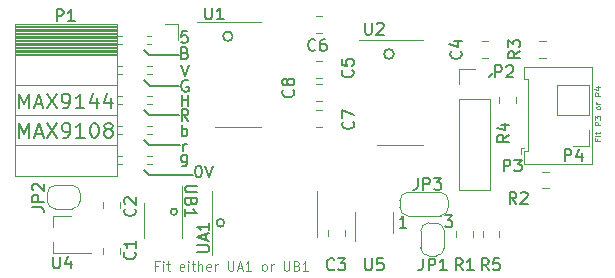
<source format=gto>
G04 #@! TF.GenerationSoftware,KiCad,Pcbnew,(5.1.4)-1*
G04 #@! TF.CreationDate,2019-11-21T02:33:43+00:00*
G04 #@! TF.ProjectId,analog,616e616c-6f67-42e6-9b69-6361645f7063,rev?*
G04 #@! TF.SameCoordinates,Original*
G04 #@! TF.FileFunction,Legend,Top*
G04 #@! TF.FilePolarity,Positive*
%FSLAX46Y46*%
G04 Gerber Fmt 4.6, Leading zero omitted, Abs format (unit mm)*
G04 Created by KiCad (PCBNEW (5.1.4)-1) date 2019-11-21 02:33:43*
%MOMM*%
%LPD*%
G04 APERTURE LIST*
%ADD10C,0.200000*%
%ADD11C,0.150000*%
%ADD12C,0.100000*%
%ADD13C,0.120000*%
G04 APERTURE END LIST*
D10*
X28043228Y-42638036D02*
X28043228Y-41388036D01*
X28459895Y-42280893D01*
X28876561Y-41388036D01*
X28876561Y-42638036D01*
X29412276Y-42280893D02*
X30007514Y-42280893D01*
X29293228Y-42638036D02*
X29709895Y-41388036D01*
X30126561Y-42638036D01*
X30424180Y-41388036D02*
X31257514Y-42638036D01*
X31257514Y-41388036D02*
X30424180Y-42638036D01*
X31793228Y-42638036D02*
X32031323Y-42638036D01*
X32150371Y-42578512D01*
X32209895Y-42518988D01*
X32328942Y-42340417D01*
X32388466Y-42102321D01*
X32388466Y-41626131D01*
X32328942Y-41507083D01*
X32269419Y-41447560D01*
X32150371Y-41388036D01*
X31912276Y-41388036D01*
X31793228Y-41447560D01*
X31733704Y-41507083D01*
X31674180Y-41626131D01*
X31674180Y-41923750D01*
X31733704Y-42042798D01*
X31793228Y-42102321D01*
X31912276Y-42161845D01*
X32150371Y-42161845D01*
X32269419Y-42102321D01*
X32328942Y-42042798D01*
X32388466Y-41923750D01*
X33578942Y-42638036D02*
X32864657Y-42638036D01*
X33221800Y-42638036D02*
X33221800Y-41388036D01*
X33102752Y-41566607D01*
X32983704Y-41685655D01*
X32864657Y-41745179D01*
X34352752Y-41388036D02*
X34471800Y-41388036D01*
X34590847Y-41447560D01*
X34650371Y-41507083D01*
X34709895Y-41626131D01*
X34769419Y-41864226D01*
X34769419Y-42161845D01*
X34709895Y-42399940D01*
X34650371Y-42518988D01*
X34590847Y-42578512D01*
X34471800Y-42638036D01*
X34352752Y-42638036D01*
X34233704Y-42578512D01*
X34174180Y-42518988D01*
X34114657Y-42399940D01*
X34055133Y-42161845D01*
X34055133Y-41864226D01*
X34114657Y-41626131D01*
X34174180Y-41507083D01*
X34233704Y-41447560D01*
X34352752Y-41388036D01*
X35483704Y-41923750D02*
X35364657Y-41864226D01*
X35305133Y-41804702D01*
X35245609Y-41685655D01*
X35245609Y-41626131D01*
X35305133Y-41507083D01*
X35364657Y-41447560D01*
X35483704Y-41388036D01*
X35721800Y-41388036D01*
X35840847Y-41447560D01*
X35900371Y-41507083D01*
X35959895Y-41626131D01*
X35959895Y-41685655D01*
X35900371Y-41804702D01*
X35840847Y-41864226D01*
X35721800Y-41923750D01*
X35483704Y-41923750D01*
X35364657Y-41983274D01*
X35305133Y-42042798D01*
X35245609Y-42161845D01*
X35245609Y-42399940D01*
X35305133Y-42518988D01*
X35364657Y-42578512D01*
X35483704Y-42638036D01*
X35721800Y-42638036D01*
X35840847Y-42578512D01*
X35900371Y-42518988D01*
X35959895Y-42399940D01*
X35959895Y-42161845D01*
X35900371Y-42042798D01*
X35840847Y-41983274D01*
X35721800Y-41923750D01*
X28017828Y-40148836D02*
X28017828Y-38898836D01*
X28434495Y-39791693D01*
X28851161Y-38898836D01*
X28851161Y-40148836D01*
X29386876Y-39791693D02*
X29982114Y-39791693D01*
X29267828Y-40148836D02*
X29684495Y-38898836D01*
X30101161Y-40148836D01*
X30398780Y-38898836D02*
X31232114Y-40148836D01*
X31232114Y-38898836D02*
X30398780Y-40148836D01*
X31767828Y-40148836D02*
X32005923Y-40148836D01*
X32124971Y-40089312D01*
X32184495Y-40029788D01*
X32303542Y-39851217D01*
X32363066Y-39613121D01*
X32363066Y-39136931D01*
X32303542Y-39017883D01*
X32244019Y-38958360D01*
X32124971Y-38898836D01*
X31886876Y-38898836D01*
X31767828Y-38958360D01*
X31708304Y-39017883D01*
X31648780Y-39136931D01*
X31648780Y-39434550D01*
X31708304Y-39553598D01*
X31767828Y-39613121D01*
X31886876Y-39672645D01*
X32124971Y-39672645D01*
X32244019Y-39613121D01*
X32303542Y-39553598D01*
X32363066Y-39434550D01*
X33553542Y-40148836D02*
X32839257Y-40148836D01*
X33196400Y-40148836D02*
X33196400Y-38898836D01*
X33077352Y-39077407D01*
X32958304Y-39196455D01*
X32839257Y-39255979D01*
X34624971Y-39315502D02*
X34624971Y-40148836D01*
X34327352Y-38839312D02*
X34029733Y-39732169D01*
X34803542Y-39732169D01*
X35815447Y-39315502D02*
X35815447Y-40148836D01*
X35517828Y-38839312D02*
X35220209Y-39732169D01*
X35994019Y-39732169D01*
D11*
X39541000Y-43215560D02*
X41700000Y-43215560D01*
X39617200Y-38237160D02*
X41598400Y-38237160D01*
X39566400Y-40726360D02*
X41547600Y-40726360D01*
X39058400Y-35620960D02*
X41573000Y-35620960D01*
X38626600Y-35189160D02*
X39058400Y-35620960D01*
X39007600Y-45755560D02*
X38626600Y-45374560D01*
X39337800Y-45755560D02*
X39007600Y-45755560D01*
X39033000Y-43215560D02*
X38626600Y-42809160D01*
X39541000Y-43215560D02*
X39033000Y-43215560D01*
X39058400Y-40726360D02*
X38601200Y-40269160D01*
X39566400Y-40726360D02*
X39058400Y-40726360D01*
X39134600Y-38237160D02*
X38626600Y-37729160D01*
X39617200Y-38237160D02*
X39134600Y-38237160D01*
X39337800Y-45755560D02*
X42741400Y-45755560D01*
D12*
X76995685Y-42743807D02*
X76995685Y-42910474D01*
X77257590Y-42910474D02*
X76757590Y-42910474D01*
X76757590Y-42672379D01*
X77257590Y-42481902D02*
X76924257Y-42481902D01*
X76757590Y-42481902D02*
X76781400Y-42505712D01*
X76805209Y-42481902D01*
X76781400Y-42458093D01*
X76757590Y-42481902D01*
X76805209Y-42481902D01*
X76924257Y-42315236D02*
X76924257Y-42124760D01*
X76757590Y-42243807D02*
X77186161Y-42243807D01*
X77233780Y-42219998D01*
X77257590Y-42172379D01*
X77257590Y-42124760D01*
X77257590Y-41577140D02*
X76757590Y-41577140D01*
X76757590Y-41386664D01*
X76781400Y-41339045D01*
X76805209Y-41315236D01*
X76852828Y-41291426D01*
X76924257Y-41291426D01*
X76971876Y-41315236D01*
X76995685Y-41339045D01*
X77019495Y-41386664D01*
X77019495Y-41577140D01*
X76757590Y-41124760D02*
X76757590Y-40815236D01*
X76948066Y-40981902D01*
X76948066Y-40910474D01*
X76971876Y-40862855D01*
X76995685Y-40839045D01*
X77043304Y-40815236D01*
X77162352Y-40815236D01*
X77209971Y-40839045D01*
X77233780Y-40862855D01*
X77257590Y-40910474D01*
X77257590Y-41053331D01*
X77233780Y-41100950D01*
X77209971Y-41124760D01*
X77257590Y-40148569D02*
X77233780Y-40196188D01*
X77209971Y-40219998D01*
X77162352Y-40243807D01*
X77019495Y-40243807D01*
X76971876Y-40219998D01*
X76948066Y-40196188D01*
X76924257Y-40148569D01*
X76924257Y-40077140D01*
X76948066Y-40029521D01*
X76971876Y-40005712D01*
X77019495Y-39981902D01*
X77162352Y-39981902D01*
X77209971Y-40005712D01*
X77233780Y-40029521D01*
X77257590Y-40077140D01*
X77257590Y-40148569D01*
X77257590Y-39767617D02*
X76924257Y-39767617D01*
X77019495Y-39767617D02*
X76971876Y-39743807D01*
X76948066Y-39719998D01*
X76924257Y-39672379D01*
X76924257Y-39624760D01*
X77257590Y-39077140D02*
X76757590Y-39077140D01*
X76757590Y-38886664D01*
X76781400Y-38839045D01*
X76805209Y-38815236D01*
X76852828Y-38791426D01*
X76924257Y-38791426D01*
X76971876Y-38815236D01*
X76995685Y-38839045D01*
X77019495Y-38886664D01*
X77019495Y-39077140D01*
X76924257Y-38362855D02*
X77257590Y-38362855D01*
X76733780Y-38481902D02*
X77090923Y-38600950D01*
X77090923Y-38291426D01*
D11*
X67785800Y-37475160D02*
X68141400Y-37195760D01*
D13*
X39827523Y-53470817D02*
X39560857Y-53470817D01*
X39560857Y-53889864D02*
X39560857Y-53089864D01*
X39941809Y-53089864D01*
X40246571Y-53889864D02*
X40246571Y-53356531D01*
X40246571Y-53089864D02*
X40208476Y-53127960D01*
X40246571Y-53166055D01*
X40284666Y-53127960D01*
X40246571Y-53089864D01*
X40246571Y-53166055D01*
X40513238Y-53356531D02*
X40818000Y-53356531D01*
X40627523Y-53089864D02*
X40627523Y-53775579D01*
X40665619Y-53851769D01*
X40741809Y-53889864D01*
X40818000Y-53889864D01*
X41998952Y-53851769D02*
X41922761Y-53889864D01*
X41770380Y-53889864D01*
X41694190Y-53851769D01*
X41656095Y-53775579D01*
X41656095Y-53470817D01*
X41694190Y-53394626D01*
X41770380Y-53356531D01*
X41922761Y-53356531D01*
X41998952Y-53394626D01*
X42037047Y-53470817D01*
X42037047Y-53547007D01*
X41656095Y-53623198D01*
X42379904Y-53889864D02*
X42379904Y-53356531D01*
X42379904Y-53089864D02*
X42341809Y-53127960D01*
X42379904Y-53166055D01*
X42418000Y-53127960D01*
X42379904Y-53089864D01*
X42379904Y-53166055D01*
X42646571Y-53356531D02*
X42951333Y-53356531D01*
X42760857Y-53089864D02*
X42760857Y-53775579D01*
X42798952Y-53851769D01*
X42875142Y-53889864D01*
X42951333Y-53889864D01*
X43218000Y-53889864D02*
X43218000Y-53089864D01*
X43560857Y-53889864D02*
X43560857Y-53470817D01*
X43522761Y-53394626D01*
X43446571Y-53356531D01*
X43332285Y-53356531D01*
X43256095Y-53394626D01*
X43218000Y-53432721D01*
X44246571Y-53851769D02*
X44170380Y-53889864D01*
X44018000Y-53889864D01*
X43941809Y-53851769D01*
X43903714Y-53775579D01*
X43903714Y-53470817D01*
X43941809Y-53394626D01*
X44018000Y-53356531D01*
X44170380Y-53356531D01*
X44246571Y-53394626D01*
X44284666Y-53470817D01*
X44284666Y-53547007D01*
X43903714Y-53623198D01*
X44627523Y-53889864D02*
X44627523Y-53356531D01*
X44627523Y-53508912D02*
X44665619Y-53432721D01*
X44703714Y-53394626D01*
X44779904Y-53356531D01*
X44856095Y-53356531D01*
X45732285Y-53089864D02*
X45732285Y-53737483D01*
X45770380Y-53813674D01*
X45808476Y-53851769D01*
X45884666Y-53889864D01*
X46037047Y-53889864D01*
X46113238Y-53851769D01*
X46151333Y-53813674D01*
X46189428Y-53737483D01*
X46189428Y-53089864D01*
X46532285Y-53661293D02*
X46913238Y-53661293D01*
X46456095Y-53889864D02*
X46722761Y-53089864D01*
X46989428Y-53889864D01*
X47675142Y-53889864D02*
X47218000Y-53889864D01*
X47446571Y-53889864D02*
X47446571Y-53089864D01*
X47370380Y-53204150D01*
X47294190Y-53280340D01*
X47218000Y-53318436D01*
X48741809Y-53889864D02*
X48665619Y-53851769D01*
X48627523Y-53813674D01*
X48589428Y-53737483D01*
X48589428Y-53508912D01*
X48627523Y-53432721D01*
X48665619Y-53394626D01*
X48741809Y-53356531D01*
X48856095Y-53356531D01*
X48932285Y-53394626D01*
X48970380Y-53432721D01*
X49008476Y-53508912D01*
X49008476Y-53737483D01*
X48970380Y-53813674D01*
X48932285Y-53851769D01*
X48856095Y-53889864D01*
X48741809Y-53889864D01*
X49351333Y-53889864D02*
X49351333Y-53356531D01*
X49351333Y-53508912D02*
X49389428Y-53432721D01*
X49427523Y-53394626D01*
X49503714Y-53356531D01*
X49579904Y-53356531D01*
X50456095Y-53089864D02*
X50456095Y-53737483D01*
X50494190Y-53813674D01*
X50532285Y-53851769D01*
X50608476Y-53889864D01*
X50760857Y-53889864D01*
X50837047Y-53851769D01*
X50875142Y-53813674D01*
X50913238Y-53737483D01*
X50913238Y-53089864D01*
X51560857Y-53470817D02*
X51675142Y-53508912D01*
X51713238Y-53547007D01*
X51751333Y-53623198D01*
X51751333Y-53737483D01*
X51713238Y-53813674D01*
X51675142Y-53851769D01*
X51598952Y-53889864D01*
X51294190Y-53889864D01*
X51294190Y-53089864D01*
X51560857Y-53089864D01*
X51637047Y-53127960D01*
X51675142Y-53166055D01*
X51713238Y-53242245D01*
X51713238Y-53318436D01*
X51675142Y-53394626D01*
X51637047Y-53432721D01*
X51560857Y-53470817D01*
X51294190Y-53470817D01*
X52513238Y-53889864D02*
X52056095Y-53889864D01*
X52284666Y-53889864D02*
X52284666Y-53089864D01*
X52208476Y-53204150D01*
X52132285Y-53280340D01*
X52056095Y-53318436D01*
D11*
X41414766Y-48905160D02*
G75*
G03X41414766Y-48905160I-273566J0D01*
G01*
X45403479Y-49844960D02*
G75*
G03X45403479Y-49844960I-325279J0D01*
G01*
X41933371Y-43794940D02*
X41933371Y-43128274D01*
X41933371Y-43318750D02*
X41980990Y-43223512D01*
X42028609Y-43175893D01*
X42123847Y-43128274D01*
X42219085Y-43128274D01*
X42365123Y-41229540D02*
X42031790Y-40753350D01*
X41793695Y-41229540D02*
X41793695Y-40229540D01*
X42174647Y-40229540D01*
X42269885Y-40277160D01*
X42317504Y-40324779D01*
X42365123Y-40420017D01*
X42365123Y-40562874D01*
X42317504Y-40658112D01*
X42269885Y-40705731D01*
X42174647Y-40753350D01*
X41793695Y-40753350D01*
X42342904Y-37787960D02*
X42247666Y-37740340D01*
X42104809Y-37740340D01*
X41961952Y-37787960D01*
X41866714Y-37883198D01*
X41819095Y-37978436D01*
X41771476Y-38168912D01*
X41771476Y-38311769D01*
X41819095Y-38502245D01*
X41866714Y-38597483D01*
X41961952Y-38692721D01*
X42104809Y-38740340D01*
X42200047Y-38740340D01*
X42342904Y-38692721D01*
X42390523Y-38645102D01*
X42390523Y-38311769D01*
X42200047Y-38311769D01*
X59771908Y-35544760D02*
G75*
G03X59771908Y-35544760I-418908J0D01*
G01*
X46114809Y-34046160D02*
G75*
G03X46114809Y-34046160I-401609J0D01*
G01*
X43179609Y-45004740D02*
X43274847Y-45004740D01*
X43370085Y-45052360D01*
X43417704Y-45099979D01*
X43465323Y-45195217D01*
X43512942Y-45385693D01*
X43512942Y-45623788D01*
X43465323Y-45814264D01*
X43417704Y-45909502D01*
X43370085Y-45957121D01*
X43274847Y-46004740D01*
X43179609Y-46004740D01*
X43084371Y-45957121D01*
X43036752Y-45909502D01*
X42989133Y-45814264D01*
X42941514Y-45623788D01*
X42941514Y-45385693D01*
X42989133Y-45195217D01*
X43036752Y-45099979D01*
X43084371Y-45052360D01*
X43179609Y-45004740D01*
X43798657Y-45004740D02*
X44131990Y-46004740D01*
X44465323Y-45004740D01*
X42101628Y-35447931D02*
X42244485Y-35495550D01*
X42292104Y-35543169D01*
X42339723Y-35638407D01*
X42339723Y-35781264D01*
X42292104Y-35876502D01*
X42244485Y-35924121D01*
X42149247Y-35971740D01*
X41768295Y-35971740D01*
X41768295Y-34971740D01*
X42101628Y-34971740D01*
X42196866Y-35019360D01*
X42244485Y-35066979D01*
X42292104Y-35162217D01*
X42292104Y-35257455D01*
X42244485Y-35352693D01*
X42196866Y-35400312D01*
X42101628Y-35447931D01*
X41768295Y-35447931D01*
X42244485Y-44068074D02*
X42244485Y-44877598D01*
X42196866Y-44972836D01*
X42149247Y-45020455D01*
X42054009Y-45068074D01*
X41911152Y-45068074D01*
X41815914Y-45020455D01*
X42244485Y-44687121D02*
X42149247Y-44734740D01*
X41958771Y-44734740D01*
X41863533Y-44687121D01*
X41815914Y-44639502D01*
X41768295Y-44544264D01*
X41768295Y-44258550D01*
X41815914Y-44163312D01*
X41863533Y-44115693D01*
X41958771Y-44068074D01*
X42149247Y-44068074D01*
X42244485Y-44115693D01*
X41790514Y-42524940D02*
X41790514Y-41524940D01*
X41790514Y-41905893D02*
X41885752Y-41858274D01*
X42076228Y-41858274D01*
X42171466Y-41905893D01*
X42219085Y-41953512D01*
X42266704Y-42048750D01*
X42266704Y-42334464D01*
X42219085Y-42429702D01*
X42171466Y-42477321D01*
X42076228Y-42524940D01*
X41885752Y-42524940D01*
X41790514Y-42477321D01*
X41795285Y-39984940D02*
X41795285Y-38984940D01*
X41795285Y-39461131D02*
X42366714Y-39461131D01*
X42366714Y-39984940D02*
X42366714Y-38984940D01*
X41722266Y-36444940D02*
X42055600Y-37444940D01*
X42388933Y-36444940D01*
X42268295Y-33600140D02*
X41792104Y-33600140D01*
X41744485Y-34076331D01*
X41792104Y-34028712D01*
X41887342Y-33981093D01*
X42125438Y-33981093D01*
X42220676Y-34028712D01*
X42268295Y-34076331D01*
X42315914Y-34171569D01*
X42315914Y-34409664D01*
X42268295Y-34504902D01*
X42220676Y-34552521D01*
X42125438Y-34600140D01*
X41887342Y-34600140D01*
X41792104Y-34552521D01*
X41744485Y-34504902D01*
D13*
X60292800Y-43256360D02*
X62242800Y-43256360D01*
X60292800Y-43256360D02*
X58342800Y-43256360D01*
X60292800Y-34386360D02*
X62242800Y-34386360D01*
X60292800Y-34386360D02*
X56842800Y-34386360D01*
X70826800Y-43490960D02*
X70526800Y-43490960D01*
X70526800Y-43490960D02*
X70526800Y-43990960D01*
X71116800Y-40740960D02*
X71116800Y-43780960D01*
X71116800Y-43780960D02*
X70816800Y-43780960D01*
X70816800Y-43780960D02*
X70816800Y-44850960D01*
X70816800Y-44850960D02*
X76536800Y-44850960D01*
X76536800Y-44850960D02*
X76536800Y-40740960D01*
X71116800Y-40740960D02*
X71116800Y-37700960D01*
X71116800Y-37700960D02*
X70816800Y-37700960D01*
X70816800Y-37700960D02*
X70816800Y-36630960D01*
X70816800Y-36630960D02*
X76536800Y-36630960D01*
X76536800Y-36630960D02*
X76536800Y-40740960D01*
X53696052Y-33790960D02*
X53173548Y-33790960D01*
X53696052Y-32370960D02*
X53173548Y-32370960D01*
X46551400Y-32836960D02*
X43101400Y-32836960D01*
X46551400Y-32836960D02*
X48501400Y-32836960D01*
X46551400Y-41706960D02*
X44601400Y-41706960D01*
X46551400Y-41706960D02*
X48501400Y-41706960D01*
X53670652Y-37550160D02*
X53148148Y-37550160D01*
X53670652Y-36130160D02*
X53148148Y-36130160D01*
X27723800Y-33166360D02*
X36353800Y-33166360D01*
X27723800Y-33284455D02*
X36353800Y-33284455D01*
X27723800Y-33402550D02*
X36353800Y-33402550D01*
X27723800Y-33520645D02*
X36353800Y-33520645D01*
X27723800Y-33638740D02*
X36353800Y-33638740D01*
X27723800Y-33756835D02*
X36353800Y-33756835D01*
X27723800Y-33874930D02*
X36353800Y-33874930D01*
X27723800Y-33993025D02*
X36353800Y-33993025D01*
X27723800Y-34111120D02*
X36353800Y-34111120D01*
X27723800Y-34229215D02*
X36353800Y-34229215D01*
X27723800Y-34347310D02*
X36353800Y-34347310D01*
X27723800Y-34465405D02*
X36353800Y-34465405D01*
X27723800Y-34583500D02*
X36353800Y-34583500D01*
X27723800Y-34701595D02*
X36353800Y-34701595D01*
X27723800Y-34819690D02*
X36353800Y-34819690D01*
X27723800Y-34937785D02*
X36353800Y-34937785D01*
X27723800Y-35055880D02*
X36353800Y-35055880D01*
X27723800Y-35173975D02*
X36353800Y-35173975D01*
X27723800Y-35292070D02*
X36353800Y-35292070D01*
X27723800Y-35410165D02*
X36353800Y-35410165D01*
X27723800Y-35528260D02*
X36353800Y-35528260D01*
X36353800Y-34016360D02*
X36763800Y-34016360D01*
X38863800Y-34016360D02*
X39243800Y-34016360D01*
X36353800Y-34736360D02*
X36763800Y-34736360D01*
X38863800Y-34736360D02*
X39243800Y-34736360D01*
X36353800Y-36556360D02*
X36763800Y-36556360D01*
X38863800Y-36556360D02*
X39303800Y-36556360D01*
X36353800Y-37276360D02*
X36763800Y-37276360D01*
X38863800Y-37276360D02*
X39303800Y-37276360D01*
X36353800Y-39096360D02*
X36763800Y-39096360D01*
X38863800Y-39096360D02*
X39303800Y-39096360D01*
X36353800Y-39816360D02*
X36763800Y-39816360D01*
X38863800Y-39816360D02*
X39303800Y-39816360D01*
X36353800Y-41636360D02*
X36763800Y-41636360D01*
X38863800Y-41636360D02*
X39303800Y-41636360D01*
X36353800Y-42356360D02*
X36763800Y-42356360D01*
X38863800Y-42356360D02*
X39303800Y-42356360D01*
X36353800Y-44176360D02*
X36763800Y-44176360D01*
X38863800Y-44176360D02*
X39303800Y-44176360D01*
X36353800Y-44896360D02*
X36763800Y-44896360D01*
X38863800Y-44896360D02*
X39303800Y-44896360D01*
X27723800Y-35646360D02*
X36353800Y-35646360D01*
X27723800Y-38186360D02*
X36353800Y-38186360D01*
X27723800Y-40726360D02*
X36353800Y-40726360D01*
X27723800Y-43266360D02*
X36353800Y-43266360D01*
X27723800Y-33046360D02*
X36353800Y-33046360D01*
X36353800Y-33046360D02*
X36353800Y-45866360D01*
X27723800Y-45866360D02*
X36353800Y-45866360D01*
X27723800Y-33046360D02*
X27723800Y-45866360D01*
X41463800Y-33046360D02*
X41463800Y-34376360D01*
X40353800Y-33046360D02*
X41463800Y-33046360D01*
X67279000Y-51046012D02*
X67279000Y-50523508D01*
X68699000Y-51046012D02*
X68699000Y-50523508D01*
X65069200Y-50548908D02*
X65069200Y-51071412D01*
X66489200Y-50548908D02*
X66489200Y-51071412D01*
X59667600Y-50719560D02*
X59667600Y-48919560D01*
X56447600Y-48919560D02*
X56447600Y-51369560D01*
X64036000Y-51941960D02*
G75*
G02X63336000Y-52641960I-700000J0D01*
G01*
X62736000Y-52641960D02*
G75*
G02X62036000Y-51941960I0J700000D01*
G01*
X62036000Y-50541960D02*
G75*
G02X62736000Y-49841960I700000J0D01*
G01*
X63336000Y-49841960D02*
G75*
G02X64036000Y-50541960I0J-700000D01*
G01*
X62736000Y-49841960D02*
X63336000Y-49841960D01*
X62036000Y-51941960D02*
X62036000Y-50541960D01*
X63336000Y-52641960D02*
X62736000Y-52641960D01*
X64036000Y-50541960D02*
X64036000Y-51941960D01*
X44402400Y-49108360D02*
X44402400Y-52558360D01*
X44402400Y-49108360D02*
X44402400Y-47158360D01*
X53272400Y-49108360D02*
X53272400Y-51058360D01*
X53272400Y-49108360D02*
X53272400Y-47158360D01*
X72864052Y-45502760D02*
X72341548Y-45502760D01*
X72864052Y-46922760D02*
X72341548Y-46922760D01*
X67194348Y-35848360D02*
X67716852Y-35848360D01*
X67194348Y-34428360D02*
X67716852Y-34428360D01*
X55618000Y-50995212D02*
X55618000Y-50472708D01*
X54198000Y-50995212D02*
X54198000Y-50472708D01*
X36542600Y-48059708D02*
X36542600Y-48582212D01*
X35122600Y-48059708D02*
X35122600Y-48582212D01*
X65287400Y-36780160D02*
X66617400Y-36780160D01*
X65287400Y-38110160D02*
X65287400Y-36780160D01*
X65287400Y-39380160D02*
X67947400Y-39380160D01*
X67947400Y-39380160D02*
X67947400Y-47060160D01*
X65287400Y-39380160D02*
X65287400Y-47060160D01*
X65287400Y-47060160D02*
X67947400Y-47060160D01*
X76253200Y-38151760D02*
X73593200Y-38151760D01*
X76253200Y-40751760D02*
X76253200Y-38151760D01*
X73593200Y-40751760D02*
X73593200Y-38151760D01*
X76253200Y-40751760D02*
X73593200Y-40751760D01*
X76253200Y-42021760D02*
X76253200Y-43351760D01*
X76253200Y-43351760D02*
X74923200Y-43351760D01*
X36542600Y-52519212D02*
X36542600Y-51996708D01*
X35122600Y-52519212D02*
X35122600Y-51996708D01*
X72096548Y-34428360D02*
X72619052Y-34428360D01*
X72096548Y-35848360D02*
X72619052Y-35848360D01*
X68701400Y-39169708D02*
X68701400Y-39692212D01*
X70121400Y-39169708D02*
X70121400Y-39692212D01*
X41811400Y-49641760D02*
X41811400Y-46716760D01*
X41811400Y-49641760D02*
X41811400Y-51141760D01*
X38591400Y-49641760D02*
X38591400Y-48141760D01*
X38591400Y-49641760D02*
X38591400Y-51141760D01*
X30932400Y-49230160D02*
X30932400Y-50160160D01*
X30932400Y-52390160D02*
X30932400Y-51460160D01*
X30932400Y-52390160D02*
X34092400Y-52390160D01*
X30932400Y-49230160D02*
X32392400Y-49230160D01*
X32519400Y-46660560D02*
G75*
G02X33219400Y-47360560I0J-700000D01*
G01*
X33219400Y-47960560D02*
G75*
G02X32519400Y-48660560I-700000J0D01*
G01*
X31119400Y-48660560D02*
G75*
G02X30419400Y-47960560I0J700000D01*
G01*
X30419400Y-47360560D02*
G75*
G02X31119400Y-46660560I700000J0D01*
G01*
X30419400Y-47960560D02*
X30419400Y-47360560D01*
X32519400Y-48660560D02*
X31119400Y-48660560D01*
X33219400Y-47360560D02*
X33219400Y-47960560D01*
X31119400Y-46660560D02*
X32519400Y-46660560D01*
X53687052Y-40270360D02*
X53164548Y-40270360D01*
X53687052Y-41690360D02*
X53164548Y-41690360D01*
X53670652Y-39505960D02*
X53148148Y-39505960D01*
X53670652Y-38085960D02*
X53148148Y-38085960D01*
X60274800Y-48544760D02*
X60274800Y-47944760D01*
X63724800Y-49244760D02*
X60924800Y-49244760D01*
X64374800Y-47944760D02*
X64374800Y-48544760D01*
X60924800Y-47244760D02*
X63724800Y-47244760D01*
X63674800Y-47244760D02*
G75*
G02X64374800Y-47944760I0J-700000D01*
G01*
X64374800Y-48544760D02*
G75*
G02X63674800Y-49244760I-700000J0D01*
G01*
X60974800Y-49244760D02*
G75*
G02X60274800Y-48544760I0J700000D01*
G01*
X60274800Y-47944760D02*
G75*
G02X60974800Y-47244760I700000J0D01*
G01*
D11*
X57321095Y-32914340D02*
X57321095Y-33723864D01*
X57368714Y-33819102D01*
X57416333Y-33866721D01*
X57511571Y-33914340D01*
X57702047Y-33914340D01*
X57797285Y-33866721D01*
X57844904Y-33819102D01*
X57892523Y-33723864D01*
X57892523Y-32914340D01*
X58321095Y-33009579D02*
X58368714Y-32961960D01*
X58463952Y-32914340D01*
X58702047Y-32914340D01*
X58797285Y-32961960D01*
X58844904Y-33009579D01*
X58892523Y-33104817D01*
X58892523Y-33200055D01*
X58844904Y-33342912D01*
X58273476Y-33914340D01*
X58892523Y-33914340D01*
X69054304Y-45496740D02*
X69054304Y-44496740D01*
X69435257Y-44496740D01*
X69530495Y-44544360D01*
X69578114Y-44591979D01*
X69625733Y-44687217D01*
X69625733Y-44830074D01*
X69578114Y-44925312D01*
X69530495Y-44972931D01*
X69435257Y-45020550D01*
X69054304Y-45020550D01*
X69959066Y-44496740D02*
X70578114Y-44496740D01*
X70244780Y-44877693D01*
X70387638Y-44877693D01*
X70482876Y-44925312D01*
X70530495Y-44972931D01*
X70578114Y-45068169D01*
X70578114Y-45306264D01*
X70530495Y-45401502D01*
X70482876Y-45449121D01*
X70387638Y-45496740D01*
X70101923Y-45496740D01*
X70006685Y-45449121D01*
X69959066Y-45401502D01*
X53115733Y-35190702D02*
X53068114Y-35238321D01*
X52925257Y-35285940D01*
X52830019Y-35285940D01*
X52687161Y-35238321D01*
X52591923Y-35143083D01*
X52544304Y-35047845D01*
X52496685Y-34857369D01*
X52496685Y-34714512D01*
X52544304Y-34524036D01*
X52591923Y-34428798D01*
X52687161Y-34333560D01*
X52830019Y-34285940D01*
X52925257Y-34285940D01*
X53068114Y-34333560D01*
X53115733Y-34381179D01*
X53972876Y-34285940D02*
X53782400Y-34285940D01*
X53687161Y-34333560D01*
X53639542Y-34381179D01*
X53544304Y-34524036D01*
X53496685Y-34714512D01*
X53496685Y-35095464D01*
X53544304Y-35190702D01*
X53591923Y-35238321D01*
X53687161Y-35285940D01*
X53877638Y-35285940D01*
X53972876Y-35238321D01*
X54020495Y-35190702D01*
X54068114Y-35095464D01*
X54068114Y-34857369D01*
X54020495Y-34762131D01*
X53972876Y-34714512D01*
X53877638Y-34666893D01*
X53687161Y-34666893D01*
X53591923Y-34714512D01*
X53544304Y-34762131D01*
X53496685Y-34857369D01*
X43782895Y-31618940D02*
X43782895Y-32428464D01*
X43830514Y-32523702D01*
X43878133Y-32571321D01*
X43973371Y-32618940D01*
X44163847Y-32618940D01*
X44259085Y-32571321D01*
X44306704Y-32523702D01*
X44354323Y-32428464D01*
X44354323Y-31618940D01*
X45354323Y-32618940D02*
X44782895Y-32618940D01*
X45068609Y-32618940D02*
X45068609Y-31618940D01*
X44973371Y-31761798D01*
X44878133Y-31857036D01*
X44782895Y-31904655D01*
X56264742Y-36905226D02*
X56312361Y-36952845D01*
X56359980Y-37095702D01*
X56359980Y-37190940D01*
X56312361Y-37333798D01*
X56217123Y-37429036D01*
X56121885Y-37476655D01*
X55931409Y-37524274D01*
X55788552Y-37524274D01*
X55598076Y-37476655D01*
X55502838Y-37429036D01*
X55407600Y-37333798D01*
X55359980Y-37190940D01*
X55359980Y-37095702D01*
X55407600Y-36952845D01*
X55455219Y-36905226D01*
X55359980Y-36000464D02*
X55359980Y-36476655D01*
X55836171Y-36524274D01*
X55788552Y-36476655D01*
X55740933Y-36381417D01*
X55740933Y-36143321D01*
X55788552Y-36048083D01*
X55836171Y-36000464D01*
X55931409Y-35952845D01*
X56169504Y-35952845D01*
X56264742Y-36000464D01*
X56312361Y-36048083D01*
X56359980Y-36143321D01*
X56359980Y-36381417D01*
X56312361Y-36476655D01*
X56264742Y-36524274D01*
X31233704Y-32771340D02*
X31233704Y-31771340D01*
X31614657Y-31771340D01*
X31709895Y-31818960D01*
X31757514Y-31866579D01*
X31805133Y-31961817D01*
X31805133Y-32104674D01*
X31757514Y-32199912D01*
X31709895Y-32247531D01*
X31614657Y-32295150D01*
X31233704Y-32295150D01*
X32757514Y-32771340D02*
X32186085Y-32771340D01*
X32471800Y-32771340D02*
X32471800Y-31771340D01*
X32376561Y-31914198D01*
X32281323Y-32009436D01*
X32186085Y-32057055D01*
X67796933Y-53853340D02*
X67463600Y-53377150D01*
X67225504Y-53853340D02*
X67225504Y-52853340D01*
X67606457Y-52853340D01*
X67701695Y-52900960D01*
X67749314Y-52948579D01*
X67796933Y-53043817D01*
X67796933Y-53186674D01*
X67749314Y-53281912D01*
X67701695Y-53329531D01*
X67606457Y-53377150D01*
X67225504Y-53377150D01*
X68701695Y-52853340D02*
X68225504Y-52853340D01*
X68177885Y-53329531D01*
X68225504Y-53281912D01*
X68320742Y-53234293D01*
X68558838Y-53234293D01*
X68654076Y-53281912D01*
X68701695Y-53329531D01*
X68749314Y-53424769D01*
X68749314Y-53662864D01*
X68701695Y-53758102D01*
X68654076Y-53805721D01*
X68558838Y-53853340D01*
X68320742Y-53853340D01*
X68225504Y-53805721D01*
X68177885Y-53758102D01*
X65587133Y-53853340D02*
X65253800Y-53377150D01*
X65015704Y-53853340D02*
X65015704Y-52853340D01*
X65396657Y-52853340D01*
X65491895Y-52900960D01*
X65539514Y-52948579D01*
X65587133Y-53043817D01*
X65587133Y-53186674D01*
X65539514Y-53281912D01*
X65491895Y-53329531D01*
X65396657Y-53377150D01*
X65015704Y-53377150D01*
X66539514Y-53853340D02*
X65968085Y-53853340D01*
X66253800Y-53853340D02*
X66253800Y-52853340D01*
X66158561Y-52996198D01*
X66063323Y-53091436D01*
X65968085Y-53139055D01*
X57321095Y-52853340D02*
X57321095Y-53662864D01*
X57368714Y-53758102D01*
X57416333Y-53805721D01*
X57511571Y-53853340D01*
X57702047Y-53853340D01*
X57797285Y-53805721D01*
X57844904Y-53758102D01*
X57892523Y-53662864D01*
X57892523Y-52853340D01*
X58844904Y-52853340D02*
X58368714Y-52853340D01*
X58321095Y-53329531D01*
X58368714Y-53281912D01*
X58463952Y-53234293D01*
X58702047Y-53234293D01*
X58797285Y-53281912D01*
X58844904Y-53329531D01*
X58892523Y-53424769D01*
X58892523Y-53662864D01*
X58844904Y-53758102D01*
X58797285Y-53805721D01*
X58702047Y-53853340D01*
X58463952Y-53853340D01*
X58368714Y-53805721D01*
X58321095Y-53758102D01*
X62228066Y-52878740D02*
X62228066Y-53593026D01*
X62180447Y-53735883D01*
X62085209Y-53831121D01*
X61942352Y-53878740D01*
X61847114Y-53878740D01*
X62704257Y-53878740D02*
X62704257Y-52878740D01*
X63085209Y-52878740D01*
X63180447Y-52926360D01*
X63228066Y-52973979D01*
X63275685Y-53069217D01*
X63275685Y-53212074D01*
X63228066Y-53307312D01*
X63180447Y-53354931D01*
X63085209Y-53402550D01*
X62704257Y-53402550D01*
X64228066Y-53878740D02*
X63656638Y-53878740D01*
X63942352Y-53878740D02*
X63942352Y-52878740D01*
X63847114Y-53021598D01*
X63751876Y-53116836D01*
X63656638Y-53164455D01*
X43133580Y-52305436D02*
X43943104Y-52305436D01*
X44038342Y-52257817D01*
X44085961Y-52210198D01*
X44133580Y-52114960D01*
X44133580Y-51924483D01*
X44085961Y-51829245D01*
X44038342Y-51781626D01*
X43943104Y-51734007D01*
X43133580Y-51734007D01*
X43847866Y-51305436D02*
X43847866Y-50829245D01*
X44133580Y-51400674D02*
X43133580Y-51067340D01*
X44133580Y-50734007D01*
X44133580Y-49876864D02*
X44133580Y-50448293D01*
X44133580Y-50162579D02*
X43133580Y-50162579D01*
X43276438Y-50257817D01*
X43371676Y-50353055D01*
X43419295Y-50448293D01*
X70133733Y-48239940D02*
X69800400Y-47763750D01*
X69562304Y-48239940D02*
X69562304Y-47239940D01*
X69943257Y-47239940D01*
X70038495Y-47287560D01*
X70086114Y-47335179D01*
X70133733Y-47430417D01*
X70133733Y-47573274D01*
X70086114Y-47668512D01*
X70038495Y-47716131D01*
X69943257Y-47763750D01*
X69562304Y-47763750D01*
X70514685Y-47335179D02*
X70562304Y-47287560D01*
X70657542Y-47239940D01*
X70895638Y-47239940D01*
X70990876Y-47287560D01*
X71038495Y-47335179D01*
X71086114Y-47430417D01*
X71086114Y-47525655D01*
X71038495Y-47668512D01*
X70467066Y-48239940D01*
X71086114Y-48239940D01*
X65425142Y-35330426D02*
X65472761Y-35378045D01*
X65520380Y-35520902D01*
X65520380Y-35616140D01*
X65472761Y-35758998D01*
X65377523Y-35854236D01*
X65282285Y-35901855D01*
X65091809Y-35949474D01*
X64948952Y-35949474D01*
X64758476Y-35901855D01*
X64663238Y-35854236D01*
X64568000Y-35758998D01*
X64520380Y-35616140D01*
X64520380Y-35520902D01*
X64568000Y-35378045D01*
X64615619Y-35330426D01*
X64853714Y-34473283D02*
X65520380Y-34473283D01*
X64472761Y-34711379D02*
X65187047Y-34949474D01*
X65187047Y-34330426D01*
X54715933Y-53758102D02*
X54668314Y-53805721D01*
X54525457Y-53853340D01*
X54430219Y-53853340D01*
X54287361Y-53805721D01*
X54192123Y-53710483D01*
X54144504Y-53615245D01*
X54096885Y-53424769D01*
X54096885Y-53281912D01*
X54144504Y-53091436D01*
X54192123Y-52996198D01*
X54287361Y-52900960D01*
X54430219Y-52853340D01*
X54525457Y-52853340D01*
X54668314Y-52900960D01*
X54715933Y-52948579D01*
X55049266Y-52853340D02*
X55668314Y-52853340D01*
X55334980Y-53234293D01*
X55477838Y-53234293D01*
X55573076Y-53281912D01*
X55620695Y-53329531D01*
X55668314Y-53424769D01*
X55668314Y-53662864D01*
X55620695Y-53758102D01*
X55573076Y-53805721D01*
X55477838Y-53853340D01*
X55192123Y-53853340D01*
X55096885Y-53805721D01*
X55049266Y-53758102D01*
X37840742Y-48640026D02*
X37888361Y-48687645D01*
X37935980Y-48830502D01*
X37935980Y-48925740D01*
X37888361Y-49068598D01*
X37793123Y-49163836D01*
X37697885Y-49211455D01*
X37507409Y-49259074D01*
X37364552Y-49259074D01*
X37174076Y-49211455D01*
X37078838Y-49163836D01*
X36983600Y-49068598D01*
X36935980Y-48925740D01*
X36935980Y-48830502D01*
X36983600Y-48687645D01*
X37031219Y-48640026D01*
X37031219Y-48259074D02*
X36983600Y-48211455D01*
X36935980Y-48116217D01*
X36935980Y-47878121D01*
X36983600Y-47782883D01*
X37031219Y-47735264D01*
X37126457Y-47687645D01*
X37221695Y-47687645D01*
X37364552Y-47735264D01*
X37935980Y-48306693D01*
X37935980Y-47687645D01*
X68343104Y-37521140D02*
X68343104Y-36521140D01*
X68724057Y-36521140D01*
X68819295Y-36568760D01*
X68866914Y-36616379D01*
X68914533Y-36711617D01*
X68914533Y-36854474D01*
X68866914Y-36949712D01*
X68819295Y-36997331D01*
X68724057Y-37044950D01*
X68343104Y-37044950D01*
X69295485Y-36616379D02*
X69343104Y-36568760D01*
X69438342Y-36521140D01*
X69676438Y-36521140D01*
X69771676Y-36568760D01*
X69819295Y-36616379D01*
X69866914Y-36711617D01*
X69866914Y-36806855D01*
X69819295Y-36949712D01*
X69247866Y-37521140D01*
X69866914Y-37521140D01*
X74235904Y-44607740D02*
X74235904Y-43607740D01*
X74616857Y-43607740D01*
X74712095Y-43655360D01*
X74759714Y-43702979D01*
X74807333Y-43798217D01*
X74807333Y-43941074D01*
X74759714Y-44036312D01*
X74712095Y-44083931D01*
X74616857Y-44131550D01*
X74235904Y-44131550D01*
X75664476Y-43941074D02*
X75664476Y-44607740D01*
X75426380Y-43560121D02*
X75188285Y-44274407D01*
X75807333Y-44274407D01*
X37815342Y-52323026D02*
X37862961Y-52370645D01*
X37910580Y-52513502D01*
X37910580Y-52608740D01*
X37862961Y-52751598D01*
X37767723Y-52846836D01*
X37672485Y-52894455D01*
X37482009Y-52942074D01*
X37339152Y-52942074D01*
X37148676Y-52894455D01*
X37053438Y-52846836D01*
X36958200Y-52751598D01*
X36910580Y-52608740D01*
X36910580Y-52513502D01*
X36958200Y-52370645D01*
X37005819Y-52323026D01*
X37910580Y-51370645D02*
X37910580Y-51942074D01*
X37910580Y-51656360D02*
X36910580Y-51656360D01*
X37053438Y-51751598D01*
X37148676Y-51846836D01*
X37196295Y-51942074D01*
X70447980Y-35330426D02*
X69971790Y-35663760D01*
X70447980Y-35901855D02*
X69447980Y-35901855D01*
X69447980Y-35520902D01*
X69495600Y-35425664D01*
X69543219Y-35378045D01*
X69638457Y-35330426D01*
X69781314Y-35330426D01*
X69876552Y-35378045D01*
X69924171Y-35425664D01*
X69971790Y-35520902D01*
X69971790Y-35901855D01*
X69447980Y-34997093D02*
X69447980Y-34378045D01*
X69828933Y-34711379D01*
X69828933Y-34568521D01*
X69876552Y-34473283D01*
X69924171Y-34425664D01*
X70019409Y-34378045D01*
X70257504Y-34378045D01*
X70352742Y-34425664D01*
X70400361Y-34473283D01*
X70447980Y-34568521D01*
X70447980Y-34854236D01*
X70400361Y-34949474D01*
X70352742Y-34997093D01*
X69508180Y-42391626D02*
X69031990Y-42724960D01*
X69508180Y-42963055D02*
X68508180Y-42963055D01*
X68508180Y-42582102D01*
X68555800Y-42486864D01*
X68603419Y-42439245D01*
X68698657Y-42391626D01*
X68841514Y-42391626D01*
X68936752Y-42439245D01*
X68984371Y-42486864D01*
X69031990Y-42582102D01*
X69031990Y-42963055D01*
X68841514Y-41534483D02*
X69508180Y-41534483D01*
X68460561Y-41772579D02*
X69174847Y-42010674D01*
X69174847Y-41391626D01*
X43085819Y-46703455D02*
X42276295Y-46703455D01*
X42181057Y-46751074D01*
X42133438Y-46798693D01*
X42085819Y-46893931D01*
X42085819Y-47084407D01*
X42133438Y-47179645D01*
X42181057Y-47227264D01*
X42276295Y-47274883D01*
X43085819Y-47274883D01*
X42609628Y-48084407D02*
X42562009Y-48227264D01*
X42514390Y-48274883D01*
X42419152Y-48322502D01*
X42276295Y-48322502D01*
X42181057Y-48274883D01*
X42133438Y-48227264D01*
X42085819Y-48132026D01*
X42085819Y-47751074D01*
X43085819Y-47751074D01*
X43085819Y-48084407D01*
X43038200Y-48179645D01*
X42990580Y-48227264D01*
X42895342Y-48274883D01*
X42800104Y-48274883D01*
X42704866Y-48227264D01*
X42657247Y-48179645D01*
X42609628Y-48084407D01*
X42609628Y-47751074D01*
X42085819Y-49274883D02*
X42085819Y-48703455D01*
X42085819Y-48989169D02*
X43085819Y-48989169D01*
X42942961Y-48893931D01*
X42847723Y-48798693D01*
X42800104Y-48703455D01*
X30930495Y-52700940D02*
X30930495Y-53510464D01*
X30978114Y-53605702D01*
X31025733Y-53653321D01*
X31120971Y-53700940D01*
X31311447Y-53700940D01*
X31406685Y-53653321D01*
X31454304Y-53605702D01*
X31501923Y-53510464D01*
X31501923Y-52700940D01*
X32406685Y-53034274D02*
X32406685Y-53700940D01*
X32168590Y-52653321D02*
X31930495Y-53367607D01*
X32549542Y-53367607D01*
X29138180Y-48519293D02*
X29852466Y-48519293D01*
X29995323Y-48566912D01*
X30090561Y-48662150D01*
X30138180Y-48805007D01*
X30138180Y-48900245D01*
X30138180Y-48043102D02*
X29138180Y-48043102D01*
X29138180Y-47662150D01*
X29185800Y-47566912D01*
X29233419Y-47519293D01*
X29328657Y-47471674D01*
X29471514Y-47471674D01*
X29566752Y-47519293D01*
X29614371Y-47566912D01*
X29661990Y-47662150D01*
X29661990Y-48043102D01*
X29233419Y-47090721D02*
X29185800Y-47043102D01*
X29138180Y-46947864D01*
X29138180Y-46709769D01*
X29185800Y-46614531D01*
X29233419Y-46566912D01*
X29328657Y-46519293D01*
X29423895Y-46519293D01*
X29566752Y-46566912D01*
X30138180Y-47138340D01*
X30138180Y-46519293D01*
X56306542Y-41274026D02*
X56354161Y-41321645D01*
X56401780Y-41464502D01*
X56401780Y-41559740D01*
X56354161Y-41702598D01*
X56258923Y-41797836D01*
X56163685Y-41845455D01*
X55973209Y-41893074D01*
X55830352Y-41893074D01*
X55639876Y-41845455D01*
X55544638Y-41797836D01*
X55449400Y-41702598D01*
X55401780Y-41559740D01*
X55401780Y-41464502D01*
X55449400Y-41321645D01*
X55497019Y-41274026D01*
X55401780Y-40940693D02*
X55401780Y-40274026D01*
X56401780Y-40702598D01*
X51226542Y-38581626D02*
X51274161Y-38629245D01*
X51321780Y-38772102D01*
X51321780Y-38867340D01*
X51274161Y-39010198D01*
X51178923Y-39105436D01*
X51083685Y-39153055D01*
X50893209Y-39200674D01*
X50750352Y-39200674D01*
X50559876Y-39153055D01*
X50464638Y-39105436D01*
X50369400Y-39010198D01*
X50321780Y-38867340D01*
X50321780Y-38772102D01*
X50369400Y-38629245D01*
X50417019Y-38581626D01*
X50750352Y-38010198D02*
X50702733Y-38105436D01*
X50655114Y-38153055D01*
X50559876Y-38200674D01*
X50512257Y-38200674D01*
X50417019Y-38153055D01*
X50369400Y-38105436D01*
X50321780Y-38010198D01*
X50321780Y-37819721D01*
X50369400Y-37724483D01*
X50417019Y-37676864D01*
X50512257Y-37629245D01*
X50559876Y-37629245D01*
X50655114Y-37676864D01*
X50702733Y-37724483D01*
X50750352Y-37819721D01*
X50750352Y-38010198D01*
X50797971Y-38105436D01*
X50845590Y-38153055D01*
X50940828Y-38200674D01*
X51131304Y-38200674D01*
X51226542Y-38153055D01*
X51274161Y-38105436D01*
X51321780Y-38010198D01*
X51321780Y-37819721D01*
X51274161Y-37724483D01*
X51226542Y-37676864D01*
X51131304Y-37629245D01*
X50940828Y-37629245D01*
X50845590Y-37676864D01*
X50797971Y-37724483D01*
X50750352Y-37819721D01*
X61770866Y-46046140D02*
X61770866Y-46760426D01*
X61723247Y-46903283D01*
X61628009Y-46998521D01*
X61485152Y-47046140D01*
X61389914Y-47046140D01*
X62247057Y-47046140D02*
X62247057Y-46046140D01*
X62628009Y-46046140D01*
X62723247Y-46093760D01*
X62770866Y-46141379D01*
X62818485Y-46236617D01*
X62818485Y-46379474D01*
X62770866Y-46474712D01*
X62723247Y-46522331D01*
X62628009Y-46569950D01*
X62247057Y-46569950D01*
X63151819Y-46046140D02*
X63770866Y-46046140D01*
X63437533Y-46427093D01*
X63580390Y-46427093D01*
X63675628Y-46474712D01*
X63723247Y-46522331D01*
X63770866Y-46617569D01*
X63770866Y-46855664D01*
X63723247Y-46950902D01*
X63675628Y-46998521D01*
X63580390Y-47046140D01*
X63294676Y-47046140D01*
X63199438Y-46998521D01*
X63151819Y-46950902D01*
X64099666Y-49221140D02*
X64718714Y-49221140D01*
X64385380Y-49602093D01*
X64528238Y-49602093D01*
X64623476Y-49649712D01*
X64671095Y-49697331D01*
X64718714Y-49792569D01*
X64718714Y-50030664D01*
X64671095Y-50125902D01*
X64623476Y-50173521D01*
X64528238Y-50221140D01*
X64242523Y-50221140D01*
X64147285Y-50173521D01*
X64099666Y-50125902D01*
X60832514Y-50246540D02*
X60261085Y-50246540D01*
X60546800Y-50246540D02*
X60546800Y-49246540D01*
X60451561Y-49389398D01*
X60356323Y-49484636D01*
X60261085Y-49532255D01*
M02*

</source>
